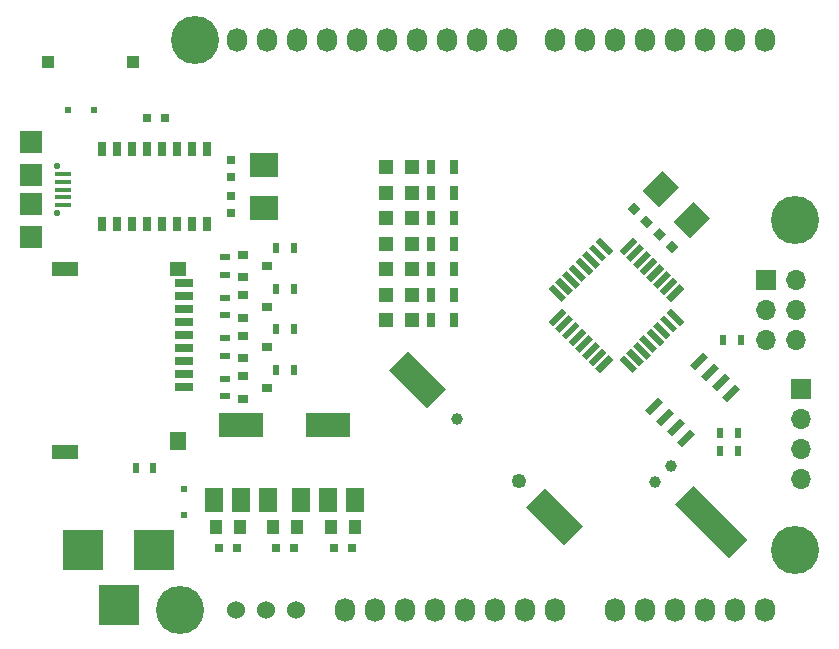
<source format=gts>
G04 #@! TF.FileFunction,Soldermask,Top*
%FSLAX46Y46*%
G04 Gerber Fmt 4.6, Leading zero omitted, Abs format (unit mm)*
G04 Created by KiCad (PCBNEW 4.0.7) date 04/26/18 08:03:10*
%MOMM*%
%LPD*%
G01*
G04 APERTURE LIST*
%ADD10C,0.100000*%
%ADD11R,3.500000X3.500000*%
%ADD12R,3.800000X2.000000*%
%ADD13R,1.500000X2.000000*%
%ADD14R,0.800000X1.300000*%
%ADD15R,0.500000X0.500000*%
%ADD16R,0.900000X0.800000*%
%ADD17R,1.200000X1.200000*%
%ADD18R,0.900000X0.500000*%
%ADD19C,1.000000*%
%ADD20C,1.250000*%
%ADD21R,2.400000X2.000000*%
%ADD22R,1.700000X1.700000*%
%ADD23O,1.700000X1.700000*%
%ADD24R,2.200000X1.200000*%
%ADD25R,1.400000X1.600000*%
%ADD26R,1.400000X1.200000*%
%ADD27R,1.600000X0.700000*%
%ADD28C,4.064000*%
%ADD29O,1.727200X2.032000*%
%ADD30C,0.550000*%
%ADD31R,1.900000X1.900000*%
%ADD32R,1.350000X0.400000*%
%ADD33R,1.000000X1.250000*%
%ADD34R,0.800000X0.750000*%
%ADD35R,0.750000X0.800000*%
%ADD36R,1.000000X1.000000*%
%ADD37C,1.524000*%
%ADD38R,0.500000X0.900000*%
%ADD39R,0.700000X1.300000*%
G04 APERTURE END LIST*
D10*
D11*
X122809000Y-118745000D03*
X116809000Y-118745000D03*
X119809000Y-123445000D03*
D10*
G36*
X167281334Y-96258555D02*
X167670243Y-96647464D01*
X166538872Y-97778835D01*
X166149963Y-97389926D01*
X167281334Y-96258555D01*
X167281334Y-96258555D01*
G37*
G36*
X166715648Y-95692870D02*
X167104557Y-96081779D01*
X165973186Y-97213150D01*
X165584277Y-96824241D01*
X166715648Y-95692870D01*
X166715648Y-95692870D01*
G37*
G36*
X166149963Y-95127184D02*
X166538872Y-95516093D01*
X165407501Y-96647464D01*
X165018592Y-96258555D01*
X166149963Y-95127184D01*
X166149963Y-95127184D01*
G37*
G36*
X165584278Y-94561499D02*
X165973187Y-94950408D01*
X164841816Y-96081779D01*
X164452907Y-95692870D01*
X165584278Y-94561499D01*
X165584278Y-94561499D01*
G37*
G36*
X165018592Y-93995813D02*
X165407501Y-94384722D01*
X164276130Y-95516093D01*
X163887221Y-95127184D01*
X165018592Y-93995813D01*
X165018592Y-93995813D01*
G37*
G36*
X164452907Y-93430128D02*
X164841816Y-93819037D01*
X163710445Y-94950408D01*
X163321536Y-94561499D01*
X164452907Y-93430128D01*
X164452907Y-93430128D01*
G37*
G36*
X163887221Y-92864443D02*
X164276130Y-93253352D01*
X163144759Y-94384723D01*
X162755850Y-93995814D01*
X163887221Y-92864443D01*
X163887221Y-92864443D01*
G37*
G36*
X163321536Y-92298757D02*
X163710445Y-92687666D01*
X162579074Y-93819037D01*
X162190165Y-93430128D01*
X163321536Y-92298757D01*
X163321536Y-92298757D01*
G37*
G36*
X160139555Y-92687666D02*
X160528464Y-92298757D01*
X161659835Y-93430128D01*
X161270926Y-93819037D01*
X160139555Y-92687666D01*
X160139555Y-92687666D01*
G37*
G36*
X159573870Y-93253352D02*
X159962779Y-92864443D01*
X161094150Y-93995814D01*
X160705241Y-94384723D01*
X159573870Y-93253352D01*
X159573870Y-93253352D01*
G37*
G36*
X159008184Y-93819037D02*
X159397093Y-93430128D01*
X160528464Y-94561499D01*
X160139555Y-94950408D01*
X159008184Y-93819037D01*
X159008184Y-93819037D01*
G37*
G36*
X158442499Y-94384722D02*
X158831408Y-93995813D01*
X159962779Y-95127184D01*
X159573870Y-95516093D01*
X158442499Y-94384722D01*
X158442499Y-94384722D01*
G37*
G36*
X157876813Y-94950408D02*
X158265722Y-94561499D01*
X159397093Y-95692870D01*
X159008184Y-96081779D01*
X157876813Y-94950408D01*
X157876813Y-94950408D01*
G37*
G36*
X157311128Y-95516093D02*
X157700037Y-95127184D01*
X158831408Y-96258555D01*
X158442499Y-96647464D01*
X157311128Y-95516093D01*
X157311128Y-95516093D01*
G37*
G36*
X156745443Y-96081779D02*
X157134352Y-95692870D01*
X158265723Y-96824241D01*
X157876814Y-97213150D01*
X156745443Y-96081779D01*
X156745443Y-96081779D01*
G37*
G36*
X156179757Y-96647464D02*
X156568666Y-96258555D01*
X157700037Y-97389926D01*
X157311128Y-97778835D01*
X156179757Y-96647464D01*
X156179757Y-96647464D01*
G37*
G36*
X157311128Y-98309165D02*
X157700037Y-98698074D01*
X156568666Y-99829445D01*
X156179757Y-99440536D01*
X157311128Y-98309165D01*
X157311128Y-98309165D01*
G37*
G36*
X157876814Y-98874850D02*
X158265723Y-99263759D01*
X157134352Y-100395130D01*
X156745443Y-100006221D01*
X157876814Y-98874850D01*
X157876814Y-98874850D01*
G37*
G36*
X158442499Y-99440536D02*
X158831408Y-99829445D01*
X157700037Y-100960816D01*
X157311128Y-100571907D01*
X158442499Y-99440536D01*
X158442499Y-99440536D01*
G37*
G36*
X159008184Y-100006221D02*
X159397093Y-100395130D01*
X158265722Y-101526501D01*
X157876813Y-101137592D01*
X159008184Y-100006221D01*
X159008184Y-100006221D01*
G37*
G36*
X159573870Y-100571907D02*
X159962779Y-100960816D01*
X158831408Y-102092187D01*
X158442499Y-101703278D01*
X159573870Y-100571907D01*
X159573870Y-100571907D01*
G37*
G36*
X160139555Y-101137592D02*
X160528464Y-101526501D01*
X159397093Y-102657872D01*
X159008184Y-102268963D01*
X160139555Y-101137592D01*
X160139555Y-101137592D01*
G37*
G36*
X160705241Y-101703277D02*
X161094150Y-102092186D01*
X159962779Y-103223557D01*
X159573870Y-102834648D01*
X160705241Y-101703277D01*
X160705241Y-101703277D01*
G37*
G36*
X161270926Y-102268963D02*
X161659835Y-102657872D01*
X160528464Y-103789243D01*
X160139555Y-103400334D01*
X161270926Y-102268963D01*
X161270926Y-102268963D01*
G37*
G36*
X162190165Y-102657872D02*
X162579074Y-102268963D01*
X163710445Y-103400334D01*
X163321536Y-103789243D01*
X162190165Y-102657872D01*
X162190165Y-102657872D01*
G37*
G36*
X162755850Y-102092186D02*
X163144759Y-101703277D01*
X164276130Y-102834648D01*
X163887221Y-103223557D01*
X162755850Y-102092186D01*
X162755850Y-102092186D01*
G37*
G36*
X163321536Y-101526501D02*
X163710445Y-101137592D01*
X164841816Y-102268963D01*
X164452907Y-102657872D01*
X163321536Y-101526501D01*
X163321536Y-101526501D01*
G37*
G36*
X163887221Y-100960816D02*
X164276130Y-100571907D01*
X165407501Y-101703278D01*
X165018592Y-102092187D01*
X163887221Y-100960816D01*
X163887221Y-100960816D01*
G37*
G36*
X164452907Y-100395130D02*
X164841816Y-100006221D01*
X165973187Y-101137592D01*
X165584278Y-101526501D01*
X164452907Y-100395130D01*
X164452907Y-100395130D01*
G37*
G36*
X165018592Y-99829445D02*
X165407501Y-99440536D01*
X166538872Y-100571907D01*
X166149963Y-100960816D01*
X165018592Y-99829445D01*
X165018592Y-99829445D01*
G37*
G36*
X165584277Y-99263759D02*
X165973186Y-98874850D01*
X167104557Y-100006221D01*
X166715648Y-100395130D01*
X165584277Y-99263759D01*
X165584277Y-99263759D01*
G37*
G36*
X166149963Y-98698074D02*
X166538872Y-98309165D01*
X167670243Y-99440536D01*
X167281334Y-99829445D01*
X166149963Y-98698074D01*
X166149963Y-98698074D01*
G37*
D12*
X137541000Y-108229000D03*
D13*
X137541000Y-114529000D03*
X139841000Y-114529000D03*
X135241000Y-114529000D03*
D12*
X130175000Y-108229000D03*
D13*
X130175000Y-114529000D03*
X132475000Y-114529000D03*
X127875000Y-114529000D03*
D14*
X118359000Y-91161000D03*
X119639000Y-91161000D03*
X120899000Y-91161000D03*
X122169000Y-91161000D03*
X123449000Y-91161000D03*
X124719000Y-91161000D03*
X125979000Y-91161000D03*
X127259000Y-91161000D03*
X127259000Y-84861000D03*
X125979000Y-84861000D03*
X124719000Y-84861000D03*
X123449000Y-84861000D03*
X122169000Y-84861000D03*
X120899000Y-84861000D03*
X119639000Y-84861000D03*
X118359000Y-84861000D03*
D15*
X117686000Y-81534000D03*
X115486000Y-81534000D03*
D16*
X130318000Y-104079000D03*
X130318000Y-105979000D03*
X132318000Y-105029000D03*
X130318000Y-100650000D03*
X130318000Y-102550000D03*
X132318000Y-101600000D03*
X130318000Y-97221000D03*
X130318000Y-99121000D03*
X132318000Y-98171000D03*
X130318000Y-93792000D03*
X130318000Y-95692000D03*
X132318000Y-94742000D03*
D17*
X144610000Y-86360000D03*
X142410000Y-86360000D03*
D10*
G36*
X164141217Y-88368273D02*
X165838273Y-86671217D01*
X167252487Y-88085431D01*
X165555431Y-89782487D01*
X164141217Y-88368273D01*
X164141217Y-88368273D01*
G37*
G36*
X166757513Y-90984569D02*
X168454569Y-89287513D01*
X169868783Y-90701727D01*
X168171727Y-92398783D01*
X166757513Y-90984569D01*
X166757513Y-90984569D01*
G37*
D18*
X128778000Y-93992000D03*
X128778000Y-95492000D03*
D19*
X165227000Y-113030000D03*
X166570503Y-111686497D03*
D10*
G36*
X171484895Y-119500027D02*
X166888701Y-114903833D01*
X168444335Y-113348199D01*
X173040529Y-117944393D01*
X171484895Y-119500027D01*
X171484895Y-119500027D01*
G37*
D15*
X125349000Y-113581000D03*
X125349000Y-115781000D03*
D20*
X153674347Y-112967347D03*
D10*
G36*
X157457368Y-118376714D02*
X154275388Y-115194734D01*
X155901734Y-113568388D01*
X159083714Y-116750368D01*
X157457368Y-118376714D01*
X157457368Y-118376714D01*
G37*
G36*
X145860817Y-106780163D02*
X142678837Y-103598183D01*
X144305183Y-101971837D01*
X147487163Y-105153817D01*
X145860817Y-106780163D01*
X145860817Y-106780163D01*
G37*
D19*
X148406402Y-107699402D03*
D21*
X132080000Y-86161000D03*
X132080000Y-89861000D03*
D17*
X144610000Y-99314000D03*
X142410000Y-99314000D03*
X142410000Y-97155000D03*
X144610000Y-97155000D03*
X142410000Y-94996000D03*
X144610000Y-94996000D03*
X142410000Y-92837000D03*
X144610000Y-92837000D03*
X142410000Y-88519000D03*
X144610000Y-88519000D03*
X142410000Y-90678000D03*
X144610000Y-90678000D03*
D22*
X174625000Y-95885000D03*
D23*
X177165000Y-95885000D03*
X174625000Y-98425000D03*
X177165000Y-98425000D03*
X174625000Y-100965000D03*
X177165000Y-100965000D03*
D24*
X115208000Y-110493000D03*
X115208000Y-94993000D03*
D25*
X124808000Y-109593000D03*
D26*
X124808000Y-94993000D03*
D27*
X125308000Y-96143000D03*
X125308000Y-98343000D03*
X125308000Y-97243000D03*
X125308000Y-99443000D03*
X125308000Y-100543000D03*
X125308000Y-101643000D03*
X125308000Y-104943000D03*
X125308000Y-103843000D03*
X125308000Y-102743000D03*
D10*
G36*
X164809897Y-107367290D02*
X164385633Y-106943026D01*
X165481649Y-105847010D01*
X165905913Y-106271274D01*
X164809897Y-107367290D01*
X164809897Y-107367290D01*
G37*
G36*
X165707923Y-108265316D02*
X165283659Y-107841052D01*
X166379675Y-106745036D01*
X166803939Y-107169300D01*
X165707923Y-108265316D01*
X165707923Y-108265316D01*
G37*
G36*
X166605948Y-109163341D02*
X166181684Y-108739077D01*
X167277700Y-107643061D01*
X167701964Y-108067325D01*
X166605948Y-109163341D01*
X166605948Y-109163341D01*
G37*
G36*
X167503974Y-110061367D02*
X167079710Y-109637103D01*
X168175726Y-108541087D01*
X168599990Y-108965351D01*
X167503974Y-110061367D01*
X167503974Y-110061367D01*
G37*
G36*
X171322351Y-106242990D02*
X170898087Y-105818726D01*
X171994103Y-104722710D01*
X172418367Y-105146974D01*
X171322351Y-106242990D01*
X171322351Y-106242990D01*
G37*
G36*
X170424325Y-105344964D02*
X170000061Y-104920700D01*
X171096077Y-103824684D01*
X171520341Y-104248948D01*
X170424325Y-105344964D01*
X170424325Y-105344964D01*
G37*
G36*
X169526300Y-104446939D02*
X169102036Y-104022675D01*
X170198052Y-102926659D01*
X170622316Y-103350923D01*
X169526300Y-104446939D01*
X169526300Y-104446939D01*
G37*
G36*
X168628274Y-103548913D02*
X168204010Y-103124649D01*
X169300026Y-102028633D01*
X169724290Y-102452897D01*
X168628274Y-103548913D01*
X168628274Y-103548913D01*
G37*
D22*
X177546000Y-105156000D03*
D23*
X177546000Y-107696000D03*
X177546000Y-110236000D03*
X177546000Y-112776000D03*
D28*
X177038000Y-90805000D03*
X177038000Y-118745000D03*
X124968000Y-123825000D03*
X126238000Y-75565000D03*
D29*
X138938000Y-123825000D03*
X141478000Y-123825000D03*
X144018000Y-123825000D03*
X146558000Y-123825000D03*
X149098000Y-123825000D03*
X151638000Y-123825000D03*
X154178000Y-123825000D03*
X156718000Y-123825000D03*
X161798000Y-123825000D03*
X164338000Y-123825000D03*
X166878000Y-123825000D03*
X169418000Y-123825000D03*
X171958000Y-123825000D03*
X174498000Y-123825000D03*
X156718000Y-75565000D03*
X159258000Y-75565000D03*
X161798000Y-75565000D03*
X164338000Y-75565000D03*
X166878000Y-75565000D03*
X169418000Y-75565000D03*
X171958000Y-75565000D03*
X174498000Y-75565000D03*
X129794000Y-75565000D03*
X132334000Y-75565000D03*
X134874000Y-75565000D03*
X137414000Y-75565000D03*
X139954000Y-75565000D03*
X142494000Y-75565000D03*
X145034000Y-75565000D03*
X147574000Y-75565000D03*
X150114000Y-75565000D03*
X152654000Y-75565000D03*
D30*
X114562000Y-86265000D03*
D31*
X112387000Y-92315000D03*
X112387000Y-87065000D03*
X112387000Y-89465000D03*
X112387000Y-84215000D03*
D32*
X115062000Y-89565000D03*
X115062000Y-86965000D03*
X115062000Y-87615000D03*
X115062000Y-88915000D03*
X115062000Y-88265000D03*
D30*
X114562000Y-90265000D03*
D33*
X128032000Y-116840000D03*
X130032000Y-116840000D03*
D34*
X129782000Y-118618000D03*
X128282000Y-118618000D03*
D35*
X129286000Y-87237000D03*
X129286000Y-85737000D03*
X129286000Y-88785000D03*
X129286000Y-90285000D03*
D33*
X134858000Y-116840000D03*
X132858000Y-116840000D03*
D34*
X133108000Y-118618000D03*
X134608000Y-118618000D03*
D10*
G36*
X163974678Y-89911348D02*
X163444348Y-90441678D01*
X162878662Y-89875992D01*
X163408992Y-89345662D01*
X163974678Y-89911348D01*
X163974678Y-89911348D01*
G37*
G36*
X165035338Y-90972008D02*
X164505008Y-91502338D01*
X163939322Y-90936652D01*
X164469652Y-90406322D01*
X165035338Y-90972008D01*
X165035338Y-90972008D01*
G37*
D34*
X122186000Y-82232500D03*
X123686000Y-82232500D03*
X138061000Y-118618000D03*
X139561000Y-118618000D03*
D36*
X120992000Y-77470000D03*
X113792000Y-77470000D03*
D37*
X132283000Y-123825000D03*
X134823000Y-123825000D03*
X129743000Y-123825000D03*
D38*
X122734000Y-111824000D03*
X121234000Y-111824000D03*
X172454000Y-100965000D03*
X170954000Y-100965000D03*
X170700000Y-108839000D03*
X172200000Y-108839000D03*
X170700000Y-110363000D03*
X172200000Y-110363000D03*
D18*
X128778000Y-104279000D03*
X128778000Y-105779000D03*
X128778000Y-100850000D03*
X128778000Y-102350000D03*
D39*
X146243000Y-94996000D03*
X148143000Y-94996000D03*
D18*
X128778000Y-97421000D03*
X128778000Y-98921000D03*
D38*
X134608000Y-103505000D03*
X133108000Y-103505000D03*
X134608000Y-100076000D03*
X133108000Y-100076000D03*
X134608000Y-96647000D03*
X133108000Y-96647000D03*
X134608000Y-93218000D03*
X133108000Y-93218000D03*
D10*
G36*
X166098322Y-93095652D02*
X166628652Y-92565322D01*
X167194338Y-93131008D01*
X166664008Y-93661338D01*
X166098322Y-93095652D01*
X166098322Y-93095652D01*
G37*
G36*
X165037662Y-92034992D02*
X165567992Y-91504662D01*
X166133678Y-92070348D01*
X165603348Y-92600678D01*
X165037662Y-92034992D01*
X165037662Y-92034992D01*
G37*
D33*
X139811000Y-116840000D03*
X137811000Y-116840000D03*
D39*
X148143000Y-99314000D03*
X146243000Y-99314000D03*
X146243000Y-97155000D03*
X148143000Y-97155000D03*
X146243000Y-92837000D03*
X148143000Y-92837000D03*
X146243000Y-90678000D03*
X148143000Y-90678000D03*
X146243000Y-88519000D03*
X148143000Y-88519000D03*
X146243000Y-86360000D03*
X148143000Y-86360000D03*
M02*

</source>
